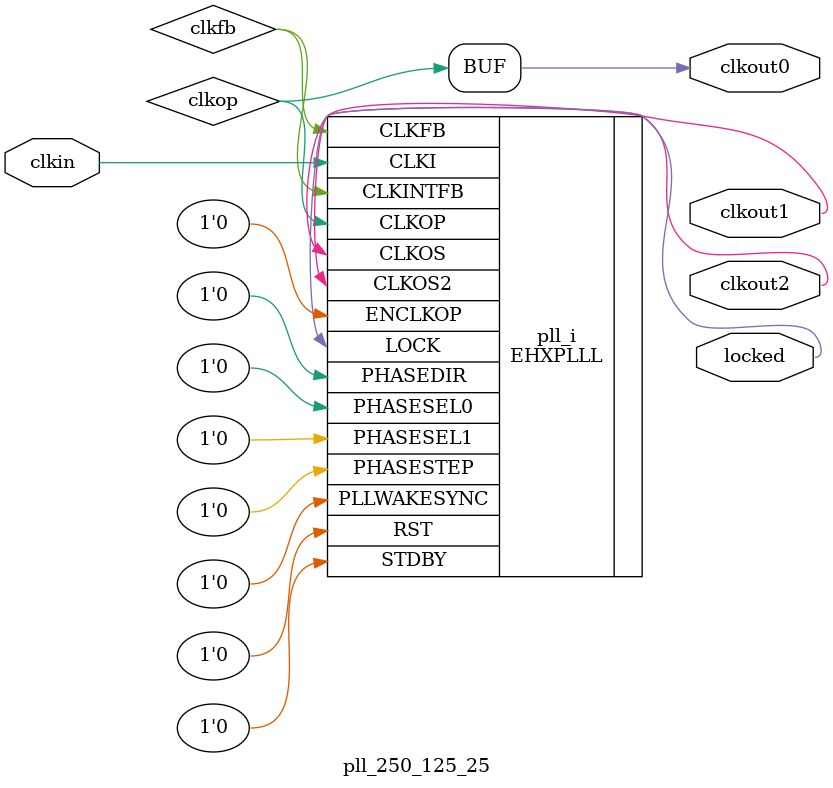
<source format=v>

module pll_250_125_25(
    input  clkin,   // 25
    output clkout0, // 250
    output clkout1, // 125
    output clkout2, //  25
    output locked
);
wire clkfb;
wire clkos;
wire clkop;
(* ICP_CURRENT="12" *) (* LPF_RESISTOR="8" *) (* MFG_ENABLE_FILTEROPAMP="1" *) (* MFG_GMCREF_SEL="2" *)
EHXPLLL #(
        .PLLRST_ENA("DISABLED"),
        .INTFB_WAKE("DISABLED"),
        .STDBY_ENABLE("DISABLED"),
        .DPHASE_SOURCE("DISABLED"),
        .CLKOP_FPHASE(0),
        .CLKOP_CPHASE(0),
        .OUTDIVIDER_MUXA("DIVA"),
        .CLKOP_ENABLE("ENABLED"),
        .CLKOP_DIV(2),
        .CLKOS_ENABLE("ENABLED"),
        .CLKOS_DIV(4),
        .CLKOS_CPHASE(0),
        .CLKOS_FPHASE(0),
        .CLKOS2_ENABLE("ENABLED"),
        .CLKOS2_DIV(20),
        .CLKOS2_CPHASE(0),
        .CLKOS2_FPHASE(0),
        .CLKFB_DIV(10),
        .CLKI_DIV(1),
        .FEEDBK_PATH("INT_OP")
    ) pll_i (
        .CLKI(clkin),
        .CLKFB(clkfb),
        .CLKINTFB(clkfb),
        .CLKOP(clkop),
        .CLKOS(clkout1),  // 125
        .CLKOS2(clkout2), // 25
        .RST(1'b0),
        .STDBY(1'b0),
        .PHASESEL0(1'b0),
        .PHASESEL1(1'b0),
        .PHASEDIR(1'b0),
        .PHASESTEP(1'b0),
        .PLLWAKESYNC(1'b0),
        .ENCLKOP(1'b0),
        .LOCK(locked)
	);
assign clkout0 = clkop; // 250
endmodule
</source>
